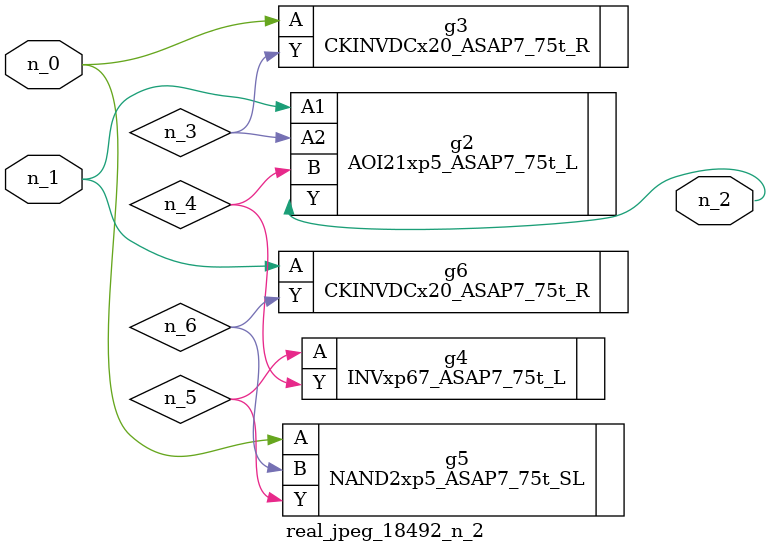
<source format=v>
module real_jpeg_18492_n_2 (n_1, n_0, n_2);

input n_1;
input n_0;

output n_2;

wire n_5;
wire n_4;
wire n_6;
wire n_3;

CKINVDCx20_ASAP7_75t_R g3 ( 
.A(n_0),
.Y(n_3)
);

NAND2xp5_ASAP7_75t_SL g5 ( 
.A(n_0),
.B(n_6),
.Y(n_5)
);

AOI21xp5_ASAP7_75t_L g2 ( 
.A1(n_1),
.A2(n_3),
.B(n_4),
.Y(n_2)
);

CKINVDCx20_ASAP7_75t_R g6 ( 
.A(n_1),
.Y(n_6)
);

INVxp67_ASAP7_75t_L g4 ( 
.A(n_5),
.Y(n_4)
);


endmodule
</source>
